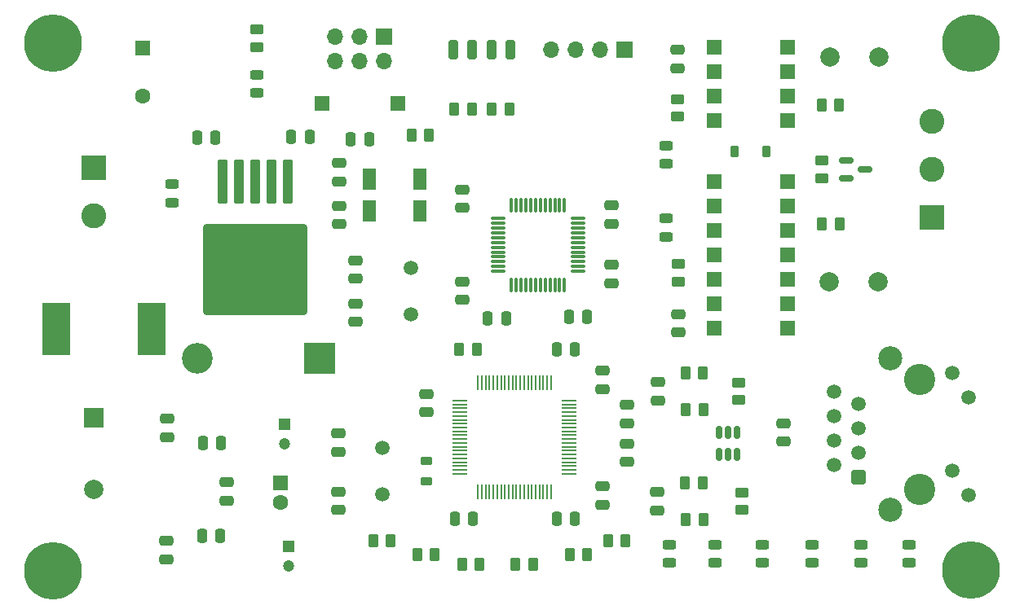
<source format=gbr>
%TF.GenerationSoftware,KiCad,Pcbnew,7.0.10*%
%TF.CreationDate,2024-03-15T07:12:17+07:00*%
%TF.ProjectId,Oxygen Monitoring,4f787967-656e-4204-9d6f-6e69746f7269,rev?*%
%TF.SameCoordinates,Original*%
%TF.FileFunction,Soldermask,Top*%
%TF.FilePolarity,Negative*%
%FSLAX46Y46*%
G04 Gerber Fmt 4.6, Leading zero omitted, Abs format (unit mm)*
G04 Created by KiCad (PCBNEW 7.0.10) date 2024-03-15 07:12:17*
%MOMM*%
%LPD*%
G01*
G04 APERTURE LIST*
G04 Aperture macros list*
%AMRoundRect*
0 Rectangle with rounded corners*
0 $1 Rounding radius*
0 $2 $3 $4 $5 $6 $7 $8 $9 X,Y pos of 4 corners*
0 Add a 4 corners polygon primitive as box body*
4,1,4,$2,$3,$4,$5,$6,$7,$8,$9,$2,$3,0*
0 Add four circle primitives for the rounded corners*
1,1,$1+$1,$2,$3*
1,1,$1+$1,$4,$5*
1,1,$1+$1,$6,$7*
1,1,$1+$1,$8,$9*
0 Add four rect primitives between the rounded corners*
20,1,$1+$1,$2,$3,$4,$5,0*
20,1,$1+$1,$4,$5,$6,$7,0*
20,1,$1+$1,$6,$7,$8,$9,0*
20,1,$1+$1,$8,$9,$2,$3,0*%
G04 Aperture macros list end*
%ADD10RoundRect,0.250000X0.250000X0.475000X-0.250000X0.475000X-0.250000X-0.475000X0.250000X-0.475000X0*%
%ADD11RoundRect,0.243750X0.456250X-0.243750X0.456250X0.243750X-0.456250X0.243750X-0.456250X-0.243750X0*%
%ADD12RoundRect,0.250000X0.450000X-0.262500X0.450000X0.262500X-0.450000X0.262500X-0.450000X-0.262500X0*%
%ADD13RoundRect,0.250000X0.475000X-0.250000X0.475000X0.250000X-0.475000X0.250000X-0.475000X-0.250000X0*%
%ADD14C,1.500000*%
%ADD15RoundRect,0.250000X0.262500X0.450000X-0.262500X0.450000X-0.262500X-0.450000X0.262500X-0.450000X0*%
%ADD16R,1.200000X1.200000*%
%ADD17C,1.200000*%
%ADD18RoundRect,0.250000X-0.262500X-0.450000X0.262500X-0.450000X0.262500X0.450000X-0.262500X0.450000X0*%
%ADD19C,0.800000*%
%ADD20C,6.000000*%
%ADD21RoundRect,0.075000X-0.662500X-0.075000X0.662500X-0.075000X0.662500X0.075000X-0.662500X0.075000X0*%
%ADD22RoundRect,0.075000X-0.075000X-0.662500X0.075000X-0.662500X0.075000X0.662500X-0.075000X0.662500X0*%
%ADD23R,2.600000X2.600000*%
%ADD24C,2.600000*%
%ADD25R,2.000000X2.000000*%
%ADD26C,2.000000*%
%ADD27RoundRect,0.243750X-0.456250X0.243750X-0.456250X-0.243750X0.456250X-0.243750X0.456250X0.243750X0*%
%ADD28RoundRect,0.250000X-0.475000X0.250000X-0.475000X-0.250000X0.475000X-0.250000X0.475000X0.250000X0*%
%ADD29RoundRect,0.250000X0.250000X0.750000X-0.250000X0.750000X-0.250000X-0.750000X0.250000X-0.750000X0*%
%ADD30RoundRect,0.218750X0.381250X-0.218750X0.381250X0.218750X-0.381250X0.218750X-0.381250X-0.218750X0*%
%ADD31R,1.600000X1.600000*%
%ADD32RoundRect,0.150000X0.150000X-0.512500X0.150000X0.512500X-0.150000X0.512500X-0.150000X-0.512500X0*%
%ADD33RoundRect,0.150000X-0.587500X-0.150000X0.587500X-0.150000X0.587500X0.150000X-0.587500X0.150000X0*%
%ADD34C,3.250000*%
%ADD35RoundRect,0.250500X0.499500X-0.499500X0.499500X0.499500X-0.499500X0.499500X-0.499500X-0.499500X0*%
%ADD36C,2.500000*%
%ADD37R,2.900000X5.400000*%
%ADD38R,1.320000X2.250000*%
%ADD39R,1.700000X1.700000*%
%ADD40O,1.700000X1.700000*%
%ADD41R,1.500000X1.500000*%
%ADD42RoundRect,0.250000X-0.450000X0.262500X-0.450000X-0.262500X0.450000X-0.262500X0.450000X0.262500X0*%
%ADD43RoundRect,0.250000X-0.250000X-0.475000X0.250000X-0.475000X0.250000X0.475000X-0.250000X0.475000X0*%
%ADD44C,1.600000*%
%ADD45RoundRect,0.250000X-0.300000X2.050000X-0.300000X-2.050000X0.300000X-2.050000X0.300000X2.050000X0*%
%ADD46RoundRect,0.250002X-5.149998X4.449998X-5.149998X-4.449998X5.149998X-4.449998X5.149998X4.449998X0*%
%ADD47RoundRect,0.225000X0.225000X0.375000X-0.225000X0.375000X-0.225000X-0.375000X0.225000X-0.375000X0*%
%ADD48R,3.200000X3.200000*%
%ADD49O,3.200000X3.200000*%
%ADD50RoundRect,0.062500X0.675000X0.062500X-0.675000X0.062500X-0.675000X-0.062500X0.675000X-0.062500X0*%
%ADD51RoundRect,0.062500X0.062500X0.675000X-0.062500X0.675000X-0.062500X-0.675000X0.062500X-0.675000X0*%
G04 APERTURE END LIST*
D10*
%TO.C,C35*%
X101280000Y-77978000D03*
X99380000Y-77978000D03*
%TD*%
D11*
%TO.C,D13*%
X111050700Y-82623900D03*
X111050700Y-80748900D03*
%TD*%
D12*
%TO.C,R14*%
X126949200Y-42619300D03*
X126949200Y-40794300D03*
%TD*%
D13*
%TO.C,C5*%
X58862000Y-82230000D03*
X58862000Y-80330000D03*
%TD*%
D14*
%TO.C,Y3*%
X81280000Y-75492000D03*
X81280000Y-70612000D03*
%TD*%
D15*
%TO.C,R15*%
X91082500Y-60389151D03*
X89257500Y-60389151D03*
%TD*%
D16*
%TO.C,C32*%
X71550000Y-80900000D03*
D17*
X71550000Y-82900000D03*
%TD*%
D18*
%TO.C,R28*%
X112701700Y-74269600D03*
X114526700Y-74269600D03*
%TD*%
D14*
%TO.C,Y1*%
X84229500Y-51906000D03*
X84229500Y-56786000D03*
%TD*%
D19*
%TO.C,H4*%
X44850000Y-28600000D03*
X45509010Y-27009010D03*
X45509010Y-30190990D03*
X47100000Y-26350000D03*
D20*
X47100000Y-28600000D03*
D19*
X47100000Y-30850000D03*
X48690990Y-27009010D03*
X48690990Y-30190990D03*
X49350000Y-28600000D03*
%TD*%
D21*
%TO.C,U3*%
X93275000Y-46792000D03*
X93275000Y-47292000D03*
X93275000Y-47792000D03*
X93275000Y-48292000D03*
X93275000Y-48792000D03*
X93275000Y-49292000D03*
X93275000Y-49792000D03*
X93275000Y-50292000D03*
X93275000Y-50792000D03*
X93275000Y-51292000D03*
X93275000Y-51792000D03*
X93275000Y-52292000D03*
D22*
X94687500Y-53704500D03*
X95187500Y-53704500D03*
X95687500Y-53704500D03*
X96187500Y-53704500D03*
X96687500Y-53704500D03*
X97187500Y-53704500D03*
X97687500Y-53704500D03*
X98187500Y-53704500D03*
X98687500Y-53704500D03*
X99187500Y-53704500D03*
X99687500Y-53704500D03*
X100187500Y-53704500D03*
D21*
X101600000Y-52292000D03*
X101600000Y-51792000D03*
X101600000Y-51292000D03*
X101600000Y-50792000D03*
X101600000Y-50292000D03*
X101600000Y-49792000D03*
X101600000Y-49292000D03*
X101600000Y-48792000D03*
X101600000Y-48292000D03*
X101600000Y-47792000D03*
X101600000Y-47292000D03*
X101600000Y-46792000D03*
D22*
X100187500Y-45379500D03*
X99687500Y-45379500D03*
X99187500Y-45379500D03*
X98687500Y-45379500D03*
X98187500Y-45379500D03*
X97687500Y-45379500D03*
X97187500Y-45379500D03*
X96687500Y-45379500D03*
X96187500Y-45379500D03*
X95687500Y-45379500D03*
X95187500Y-45379500D03*
X94687500Y-45379500D03*
%TD*%
D10*
%TO.C,C10*%
X79900000Y-38600000D03*
X78000000Y-38600000D03*
%TD*%
D23*
%TO.C,J4*%
X138300000Y-46706800D03*
D24*
X138300000Y-41706800D03*
X138300000Y-36706800D03*
%TD*%
D15*
%TO.C,R12*%
X128725300Y-35001200D03*
X126900300Y-35001200D03*
%TD*%
D13*
%TO.C,C23*%
X111967000Y-31188000D03*
X111967000Y-29288000D03*
%TD*%
D25*
%TO.C,C1*%
X51308000Y-67502323D03*
D26*
X51308000Y-75002323D03*
%TD*%
D19*
%TO.C,H3*%
X140150000Y-28600000D03*
X140809010Y-27009010D03*
X140809010Y-30190990D03*
X142400000Y-26350000D03*
D20*
X142400000Y-28600000D03*
D19*
X142400000Y-30850000D03*
X143990990Y-27009010D03*
X143990990Y-30190990D03*
X144650000Y-28600000D03*
%TD*%
D27*
%TO.C,D5*%
X110750000Y-46812500D03*
X110750000Y-48687500D03*
%TD*%
D28*
%TO.C,C13*%
X76768000Y-41056000D03*
X76768000Y-42956000D03*
%TD*%
D13*
%TO.C,C44*%
X109880400Y-65720000D03*
X109880400Y-63820000D03*
%TD*%
D29*
%TO.C,TP1*%
X94610000Y-29250000D03*
%TD*%
D11*
%TO.C,D9*%
X131013200Y-82623900D03*
X131013200Y-80748900D03*
%TD*%
D18*
%TO.C,R2*%
X84287500Y-38150000D03*
X86112500Y-38150000D03*
%TD*%
D28*
%TO.C,C21*%
X105057500Y-45450000D03*
X105057500Y-47350000D03*
%TD*%
D30*
%TO.C,L2*%
X85852000Y-74151651D03*
X85852000Y-72026651D03*
%TD*%
D31*
%TO.C,U4*%
X115722400Y-42976800D03*
X115722400Y-45516800D03*
X115722400Y-48056800D03*
X115722400Y-50596800D03*
X115722400Y-53136800D03*
X115722400Y-55676800D03*
X115722400Y-58216800D03*
X123342400Y-58216800D03*
X123342400Y-55676800D03*
X123342400Y-53136800D03*
X123342400Y-50596800D03*
X123342400Y-48056800D03*
X123342400Y-45516800D03*
X123342400Y-42976800D03*
%TD*%
D32*
%TO.C,U7*%
X116220200Y-71343100D03*
X117170200Y-71343100D03*
X118120200Y-71343100D03*
X118120200Y-69068100D03*
X117170200Y-69068100D03*
X116220200Y-69068100D03*
%TD*%
D10*
%TO.C,C40*%
X101280000Y-60389151D03*
X99380000Y-60389151D03*
%TD*%
D27*
%TO.C,D4*%
X110750000Y-39212500D03*
X110750000Y-41087500D03*
%TD*%
D28*
%TO.C,C29*%
X76708000Y-75206000D03*
X76708000Y-77106000D03*
%TD*%
D13*
%TO.C,C18*%
X105057500Y-53540000D03*
X105057500Y-51640000D03*
%TD*%
D33*
%TO.C,D7*%
X129489200Y-40741600D03*
X129489200Y-42641600D03*
X131364200Y-41691600D03*
%TD*%
D13*
%TO.C,C37*%
X104140000Y-64516000D03*
X104140000Y-62616000D03*
%TD*%
%TO.C,C38*%
X85852000Y-66927151D03*
X85852000Y-65027151D03*
%TD*%
D34*
%TO.C,J5*%
X137060000Y-74930000D03*
X137060000Y-63500000D03*
D35*
X130710000Y-73660000D03*
D14*
X128170000Y-72390000D03*
X130710000Y-71120000D03*
X128170000Y-69850000D03*
X130710000Y-68580000D03*
X128170000Y-67310000D03*
X130710000Y-66040000D03*
X128170000Y-64770000D03*
X142140000Y-75540000D03*
X140440000Y-73000000D03*
X142140000Y-65430000D03*
X140440000Y-62890000D03*
D36*
X134010000Y-77090000D03*
X134010000Y-61340000D03*
%TD*%
D10*
%TO.C,C20*%
X102550000Y-57050000D03*
X100650000Y-57050000D03*
%TD*%
D37*
%TO.C,L1*%
X47374000Y-58282651D03*
X57274000Y-58282651D03*
%TD*%
D29*
%TO.C,TP2*%
X92610000Y-29250000D03*
%TD*%
D38*
%TO.C,Y2*%
X85150000Y-42725000D03*
X79950000Y-42725000D03*
X79950000Y-45975000D03*
X85150000Y-45975000D03*
%TD*%
D15*
%TO.C,R20*%
X86714500Y-81750000D03*
X84889500Y-81750000D03*
%TD*%
D11*
%TO.C,D10*%
X125933200Y-82623900D03*
X125933200Y-80748900D03*
%TD*%
%TO.C,D8*%
X135942700Y-82623900D03*
X135942700Y-80748900D03*
%TD*%
D15*
%TO.C,R19*%
X82142500Y-80268000D03*
X80317500Y-80268000D03*
%TD*%
D39*
%TO.C,J3*%
X106450000Y-29250000D03*
D40*
X103910000Y-29250000D03*
X101370000Y-29250000D03*
X98830000Y-29250000D03*
%TD*%
D41*
%TO.C,SW1*%
X75050000Y-34850000D03*
X82850000Y-34850000D03*
%TD*%
D28*
%TO.C,C6*%
X58928000Y-67630000D03*
X58928000Y-69530000D03*
%TD*%
D18*
%TO.C,R30*%
X112752500Y-62865000D03*
X114577500Y-62865000D03*
%TD*%
%TO.C,R22*%
X95087500Y-82750000D03*
X96912500Y-82750000D03*
%TD*%
D28*
%TO.C,C11*%
X78500000Y-51150000D03*
X78500000Y-53050000D03*
%TD*%
D11*
%TO.C,D11*%
X120702700Y-82623900D03*
X120702700Y-80748900D03*
%TD*%
D27*
%TO.C,D2*%
X59436000Y-43258500D03*
X59436000Y-45133500D03*
%TD*%
D11*
%TO.C,D12*%
X115798200Y-82623900D03*
X115798200Y-80748900D03*
%TD*%
D16*
%TO.C,C31*%
X71100000Y-68200000D03*
D17*
X71100000Y-70200000D03*
%TD*%
D18*
%TO.C,R13*%
X126951100Y-47345600D03*
X128776100Y-47345600D03*
%TD*%
D26*
%TO.C,F1*%
X127762000Y-29972000D03*
X132842000Y-29982000D03*
%TD*%
D42*
%TO.C,R8*%
X112000000Y-51537500D03*
X112000000Y-53362500D03*
%TD*%
D28*
%TO.C,C42*%
X104175000Y-74650000D03*
X104175000Y-76550000D03*
%TD*%
D31*
%TO.C,U5*%
X115777000Y-28968000D03*
X115777000Y-31508000D03*
X115777000Y-34048000D03*
X115777000Y-36588000D03*
X123397000Y-36588000D03*
X123397000Y-34048000D03*
X123397000Y-31508000D03*
X123397000Y-28968000D03*
%TD*%
D10*
%TO.C,C4*%
X63942000Y-38367151D03*
X62042000Y-38367151D03*
%TD*%
D39*
%TO.C,J2*%
X81425000Y-27875000D03*
D40*
X81425000Y-30415000D03*
X78885000Y-27875000D03*
X78885000Y-30415000D03*
X76345000Y-27875000D03*
X76345000Y-30415000D03*
%TD*%
D29*
%TO.C,TP4*%
X88610000Y-29250000D03*
%TD*%
D15*
%TO.C,R34*%
X90562500Y-35450000D03*
X88737500Y-35450000D03*
%TD*%
D42*
%TO.C,R3*%
X68200000Y-27137500D03*
X68200000Y-28962500D03*
%TD*%
D43*
%TO.C,C34*%
X88800000Y-78000000D03*
X90700000Y-78000000D03*
%TD*%
D23*
%TO.C,J1*%
X51300000Y-41518651D03*
D24*
X51300000Y-46518651D03*
%TD*%
D12*
%TO.C,R11*%
X111967000Y-36230500D03*
X111967000Y-34405500D03*
%TD*%
D28*
%TO.C,C16*%
X89550150Y-53340000D03*
X89550150Y-55240000D03*
%TD*%
D31*
%TO.C,C3*%
X56388000Y-29093349D03*
D44*
X56388000Y-34093349D03*
%TD*%
D27*
%TO.C,D3*%
X68200000Y-31862500D03*
X68200000Y-33737500D03*
%TD*%
D31*
%TO.C,C33*%
X70713600Y-74295000D03*
D44*
X70713600Y-76295000D03*
%TD*%
D12*
%TO.C,R32*%
X118289700Y-65682500D03*
X118289700Y-63857500D03*
%TD*%
D13*
%TO.C,C14*%
X76768000Y-47396000D03*
X76768000Y-45496000D03*
%TD*%
%TO.C,C30*%
X76708000Y-71054000D03*
X76708000Y-69154000D03*
%TD*%
D10*
%TO.C,C9*%
X64450000Y-79756000D03*
X62550000Y-79756000D03*
%TD*%
D18*
%TO.C,R31*%
X112805200Y-66649600D03*
X114630200Y-66649600D03*
%TD*%
D13*
%TO.C,C26*%
X112000000Y-58650000D03*
X112000000Y-56750000D03*
%TD*%
D45*
%TO.C,U1*%
X71472000Y-42939151D03*
X69772000Y-42939151D03*
X68072000Y-42939151D03*
D46*
X68072000Y-52089151D03*
D45*
X66372000Y-42939151D03*
X64672000Y-42939151D03*
%TD*%
D12*
%TO.C,R29*%
X118590700Y-77112500D03*
X118590700Y-75287500D03*
%TD*%
D19*
%TO.C,H2*%
X140150000Y-83362800D03*
X140809010Y-81771810D03*
X140809010Y-84953790D03*
X142400000Y-81112800D03*
D20*
X142400000Y-83362800D03*
D19*
X142400000Y-85612800D03*
X143990990Y-81771810D03*
X143990990Y-84953790D03*
X144650000Y-83362800D03*
%TD*%
D18*
%TO.C,R24*%
X104701500Y-80268000D03*
X106526500Y-80268000D03*
%TD*%
D28*
%TO.C,C19*%
X89560400Y-43769200D03*
X89560400Y-45669200D03*
%TD*%
D18*
%TO.C,R23*%
X100737500Y-81700000D03*
X102562500Y-81700000D03*
%TD*%
D19*
%TO.C,H1*%
X44850000Y-83400000D03*
X45509010Y-81809010D03*
X45509010Y-84990990D03*
X47100000Y-81150000D03*
D20*
X47100000Y-83400000D03*
D19*
X47100000Y-85650000D03*
X48690990Y-81809010D03*
X48690990Y-84990990D03*
X49350000Y-83400000D03*
%TD*%
D26*
%TO.C,F2*%
X127715000Y-53340000D03*
X132795000Y-53350000D03*
%TD*%
D47*
%TO.C,D6*%
X121182400Y-39827200D03*
X117882400Y-39827200D03*
%TD*%
D48*
%TO.C,D1*%
X74752200Y-61341000D03*
D49*
X62052200Y-61341000D03*
%TD*%
D28*
%TO.C,C45*%
X122936000Y-68072000D03*
X122936000Y-69972000D03*
%TD*%
D43*
%TO.C,C8*%
X62616000Y-70104000D03*
X64516000Y-70104000D03*
%TD*%
D13*
%TO.C,C12*%
X78486000Y-57550000D03*
X78486000Y-55650000D03*
%TD*%
%TO.C,C39*%
X106650000Y-68072000D03*
X106650000Y-66172000D03*
%TD*%
D43*
%TO.C,C2*%
X71800000Y-38300000D03*
X73700000Y-38300000D03*
%TD*%
D29*
%TO.C,TP3*%
X90550000Y-29250000D03*
%TD*%
D15*
%TO.C,R21*%
X91390000Y-82750000D03*
X89565000Y-82750000D03*
%TD*%
D43*
%TO.C,C17*%
X92217200Y-57150000D03*
X94117200Y-57150000D03*
%TD*%
D13*
%TO.C,C36*%
X106680000Y-72120800D03*
X106680000Y-70220800D03*
%TD*%
%TO.C,C43*%
X109831500Y-77150000D03*
X109831500Y-75250000D03*
%TD*%
D18*
%TO.C,R27*%
X112805200Y-78105000D03*
X114630200Y-78105000D03*
%TD*%
%TO.C,R33*%
X92637500Y-35450000D03*
X94462500Y-35450000D03*
%TD*%
D50*
%TO.C,U6*%
X100658500Y-73333151D03*
X100658500Y-72933151D03*
X100658500Y-72533151D03*
X100658500Y-72133151D03*
X100658500Y-71733151D03*
X100658500Y-71333151D03*
X100658500Y-70933151D03*
X100658500Y-70533151D03*
X100658500Y-70133151D03*
X100658500Y-69733151D03*
X100658500Y-69333151D03*
X100658500Y-68933151D03*
X100658500Y-68533151D03*
X100658500Y-68133151D03*
X100658500Y-67733151D03*
X100658500Y-67333151D03*
X100658500Y-66933151D03*
X100658500Y-66533151D03*
X100658500Y-66133151D03*
X100658500Y-65733151D03*
D51*
X98796000Y-63870651D03*
X98396000Y-63870651D03*
X97996000Y-63870651D03*
X97596000Y-63870651D03*
X97196000Y-63870651D03*
X96796000Y-63870651D03*
X96396000Y-63870651D03*
X95996000Y-63870651D03*
X95596000Y-63870651D03*
X95196000Y-63870651D03*
X94796000Y-63870651D03*
X94396000Y-63870651D03*
X93996000Y-63870651D03*
X93596000Y-63870651D03*
X93196000Y-63870651D03*
X92796000Y-63870651D03*
X92396000Y-63870651D03*
X91996000Y-63870651D03*
X91596000Y-63870651D03*
X91196000Y-63870651D03*
D50*
X89333500Y-65733151D03*
X89333500Y-66133151D03*
X89333500Y-66533151D03*
X89333500Y-66933151D03*
X89333500Y-67333151D03*
X89333500Y-67733151D03*
X89333500Y-68133151D03*
X89333500Y-68533151D03*
X89333500Y-68933151D03*
X89333500Y-69333151D03*
X89333500Y-69733151D03*
X89333500Y-70133151D03*
X89333500Y-70533151D03*
X89333500Y-70933151D03*
X89333500Y-71333151D03*
X89333500Y-71733151D03*
X89333500Y-72133151D03*
X89333500Y-72533151D03*
X89333500Y-72933151D03*
X89333500Y-73333151D03*
D51*
X91196000Y-75195651D03*
X91596000Y-75195651D03*
X91996000Y-75195651D03*
X92396000Y-75195651D03*
X92796000Y-75195651D03*
X93196000Y-75195651D03*
X93596000Y-75195651D03*
X93996000Y-75195651D03*
X94396000Y-75195651D03*
X94796000Y-75195651D03*
X95196000Y-75195651D03*
X95596000Y-75195651D03*
X95996000Y-75195651D03*
X96396000Y-75195651D03*
X96796000Y-75195651D03*
X97196000Y-75195651D03*
X97596000Y-75195651D03*
X97996000Y-75195651D03*
X98396000Y-75195651D03*
X98796000Y-75195651D03*
%TD*%
D28*
%TO.C,C7*%
X65125600Y-74234000D03*
X65125600Y-76134000D03*
%TD*%
M02*

</source>
